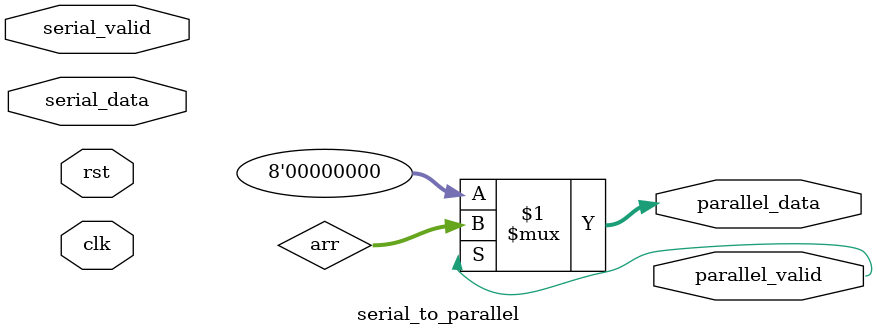
<source format=sv>

module serial_to_parallel
# (
    parameter width = 8
)
(
    input                      clk,
    input                      rst,

    input                      serial_valid,
    input                      serial_data,

    output logic               parallel_valid,
    output logic [width - 1:0] parallel_data
);
    // Task:
    // Implement a module that converts single-bit serial data to the multi-bit parallel value.
    //
    // The module should accept one-bit values with valid interface in a serial manner.
    // After accumulating 'width' bits and receiving last 'serial_valid' input,
    // the module should assert the 'parallel_valid' at the same clock cycle
    // and output 'parallel_data' value.
    //
    // Note:
    // Check the waveform diagram in the README for better understanding.

    logic [width - 1:0]arr;
    assign parallel_data = parallel_valid ? arr : '0;
    always_ff @ (posedge clk)
    if (rst)
    begin
      prev = 2'b00;
      res  = 2'b00;
    end
    else if (width)
    begin
        res = (~prev) ;
        prev = (requests == 2'b11) ? res : 2'b01;
    end
    else 
    begin
        parallel_valid <= 1;
    end


endmodule

</source>
